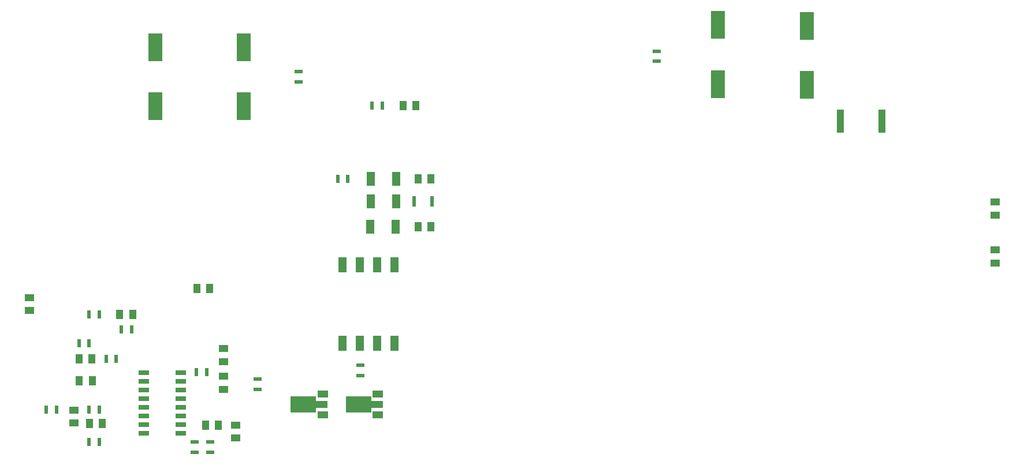
<source format=gtp>
G04 Layer_Color=8421504*
%FSAX23Y23*%
%MOIN*%
G70*
G01*
G75*
%ADD10R,0.057X0.039*%
%ADD11R,0.039X0.057*%
%ADD12R,0.020X0.049*%
%ADD13R,0.060X0.026*%
%ADD14R,0.049X0.020*%
%ADD15R,0.049X0.079*%
%ADD16R,0.020X0.063*%
%ADD17R,0.051X0.087*%
%ADD18R,0.150X0.098*%
%ADD19R,0.059X0.039*%
%ADD20R,0.067X0.039*%
%ADD21R,0.079X0.161*%
%ADD22R,0.041X0.136*%
G54D10*
X01110Y02781D02*
D03*
Y02706D02*
D03*
X02232Y02411D02*
D03*
Y02485D02*
D03*
Y02251D02*
D03*
Y02326D02*
D03*
X02301Y01970D02*
D03*
Y02044D02*
D03*
X01366Y02056D02*
D03*
Y02131D02*
D03*
X06683Y03257D02*
D03*
Y03332D02*
D03*
X06683Y02981D02*
D03*
Y03056D02*
D03*
G54D11*
X02126Y02044D02*
D03*
X02201D02*
D03*
X02152Y02832D02*
D03*
X02077D02*
D03*
X03354Y03190D02*
D03*
X03429D02*
D03*
X03354Y03466D02*
D03*
X03429D02*
D03*
X01457Y02054D02*
D03*
X01532D02*
D03*
X01398Y02300D02*
D03*
X01473D02*
D03*
X01471Y02428D02*
D03*
X01396D02*
D03*
X01707Y02684D02*
D03*
X01632D02*
D03*
X03266Y03889D02*
D03*
X03341D02*
D03*
G54D12*
X02075Y02349D02*
D03*
X02134D02*
D03*
X01701Y02596D02*
D03*
X01642D02*
D03*
X02949Y03466D02*
D03*
X02890D02*
D03*
X01612Y02428D02*
D03*
X01553D02*
D03*
X01514Y01946D02*
D03*
X01455D02*
D03*
X01514Y02133D02*
D03*
X01455D02*
D03*
X01209D02*
D03*
X01268D02*
D03*
X01455Y02517D02*
D03*
X01396Y02517D02*
D03*
X01455Y02684D02*
D03*
X01514D02*
D03*
X03087Y03889D02*
D03*
X03146D02*
D03*
G54D13*
X01771Y02347D02*
D03*
Y02297D02*
D03*
Y02247D02*
D03*
Y02197D02*
D03*
Y02147D02*
D03*
Y02097D02*
D03*
Y02047D02*
D03*
Y01997D02*
D03*
X01985D02*
D03*
Y02047D02*
D03*
Y02097D02*
D03*
Y02147D02*
D03*
Y02197D02*
D03*
Y02247D02*
D03*
Y02297D02*
D03*
Y02347D02*
D03*
G54D14*
X02154Y01946D02*
D03*
Y01887D02*
D03*
X03020Y02389D02*
D03*
Y02330D02*
D03*
X02065Y01946D02*
D03*
Y01887D02*
D03*
X04730Y04204D02*
D03*
Y04145D02*
D03*
X02429Y02310D02*
D03*
Y02251D02*
D03*
X02664Y04027D02*
D03*
Y04086D02*
D03*
G54D15*
X03082Y03466D02*
D03*
X03229D02*
D03*
Y03338D02*
D03*
X03082D02*
D03*
X03077Y03190D02*
D03*
X03225D02*
D03*
G54D16*
X03331Y03338D02*
D03*
X03433D02*
D03*
G54D17*
X02919Y02970D02*
D03*
X03019D02*
D03*
X03119D02*
D03*
X03219D02*
D03*
Y02516D02*
D03*
X03119D02*
D03*
X03019D02*
D03*
X02919D02*
D03*
G54D18*
X02691Y02162D02*
D03*
X03010D02*
D03*
G54D19*
X02803Y02222D02*
D03*
Y02103D02*
D03*
X03122Y02222D02*
D03*
Y02103D02*
D03*
G54D20*
X02799Y02162D02*
D03*
X03118D02*
D03*
G54D21*
X02349Y04227D02*
D03*
Y03885D02*
D03*
X01837Y04227D02*
D03*
Y03885D02*
D03*
X05597Y04351D02*
D03*
Y04009D02*
D03*
X05085Y04355D02*
D03*
Y04013D02*
D03*
G54D22*
X06032Y03800D02*
D03*
X05791D02*
D03*
M02*

</source>
